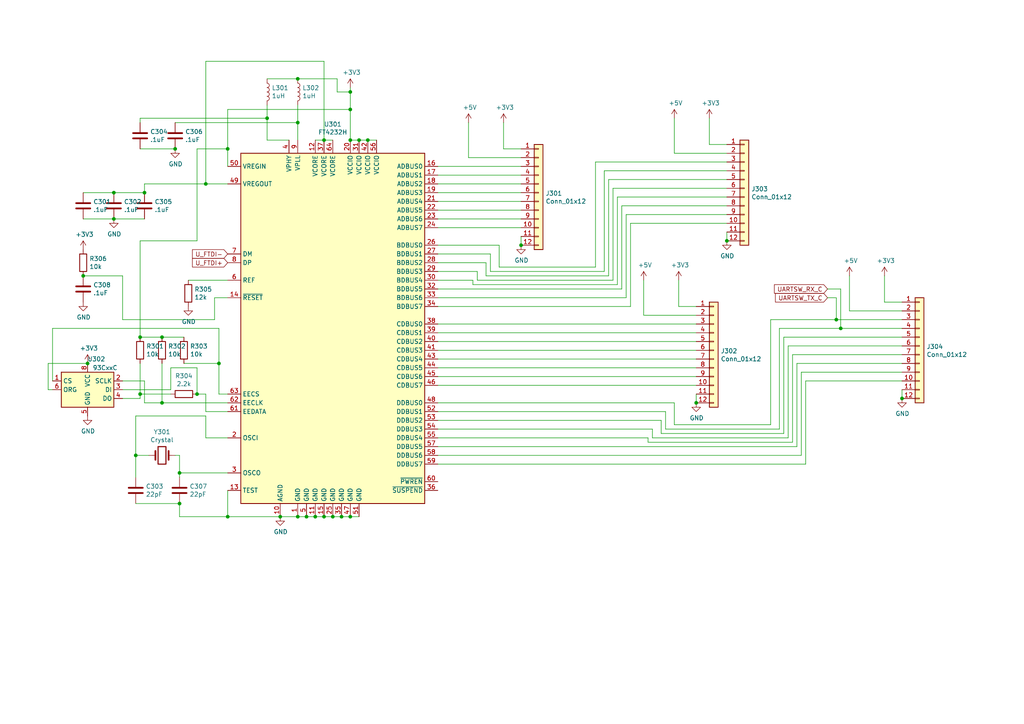
<source format=kicad_sch>
(kicad_sch (version 20211123) (generator eeschema)
  (paper "A4")
  (lib_symbols
    (symbol "Connector_Generic:Conn_01x12" (pin_names (offset 1.016) hide)
      (property "Reference" "J" (at 0 15.24 0))
      (property "Value" "Conn_01x12" (at 0 -17.78 0))
      (symbol "Conn_01x12_1_1"
        (rectangle (start -1.27 -15.113) (end 0 -15.367) (stroke (width 0.1524)))
        (rectangle (start -1.27 -12.573) (end 0 -12.827) (stroke (width 0.1524)))
        (rectangle (start -1.27 -10.033) (end 0 -10.287) (stroke (width 0.1524)))
        (rectangle (start -1.27 -7.493) (end 0 -7.747) (stroke (width 0.1524)))
        (rectangle (start -1.27 -4.953) (end 0 -5.207) (stroke (width 0.1524)))
        (rectangle (start -1.27 -2.413) (end 0 -2.667) (stroke (width 0.1524)))
        (rectangle (start -1.27 0.127) (end 0 -0.127) (stroke (width 0.1524)))
        (rectangle (start -1.27 2.667) (end 0 2.413) (stroke (width 0.1524)))
        (rectangle (start -1.27 5.207) (end 0 4.953) (stroke (width 0.1524)))
        (rectangle (start -1.27 7.747) (end 0 7.493) (stroke (width 0.1524)))
        (rectangle (start -1.27 10.287) (end 0 10.033) (stroke (width 0.1524)))
        (rectangle (start -1.27 12.827) (end 0 12.573) (stroke (width 0.1524)))
        (rectangle (start -1.27 13.97) (end 1.27 -16.51) (stroke (width 0.254)) (fill (type background)))
        (pin passive line (at -5.08 12.7 0) (length 3.81) (name "Pin_1") (number "1"))
        (pin passive line (at -5.08 -10.16 0) (length 3.81) (name "Pin_10") (number "10"))
        (pin passive line (at -5.08 -12.7 0) (length 3.81) (name "Pin_11") (number "11"))
        (pin passive line (at -5.08 -15.24 0) (length 3.81) (name "Pin_12") (number "12"))
        (pin passive line (at -5.08 10.16 0) (length 3.81) (name "Pin_2") (number "2"))
        (pin passive line (at -5.08 7.62 0) (length 3.81) (name "Pin_3") (number "3"))
        (pin passive line (at -5.08 5.08 0) (length 3.81) (name "Pin_4") (number "4"))
        (pin passive line (at -5.08 2.54 0) (length 3.81) (name "Pin_5") (number "5"))
        (pin passive line (at -5.08 0 0) (length 3.81) (name "Pin_6") (number "6"))
        (pin passive line (at -5.08 -2.54 0) (length 3.81) (name "Pin_7") (number "7"))
        (pin passive line (at -5.08 -5.08 0) (length 3.81) (name "Pin_8") (number "8"))
        (pin passive line (at -5.08 -7.62 0) (length 3.81) (name "Pin_9") (number "9"))
      )
    )
    (symbol "Device:C" (pin_numbers hide) (pin_names (offset 0.254))
      (property "Reference" "C" (at 0.635 2.54 0))
      (property "Value" "C" (at 0.635 -2.54 0))
      (symbol "C_0_1"
        (polyline (pts (xy -2.032 -0.762) (xy 2.032 -0.762)) (stroke (width 0.508)))
        (polyline (pts (xy -2.032 0.762) (xy 2.032 0.762)) (stroke (width 0.508)))
      )
      (symbol "C_1_1"
        (pin passive line (at 0 3.81 270) (length 2.794) (name "~") (number "1"))
        (pin passive line (at 0 -3.81 90) (length 2.794) (name "~") (number "2"))
      )
    )
    (symbol "Device:Crystal" (pin_numbers hide) (pin_names (offset 1.016) hide)
      (property "Reference" "Y" (at 0 3.81 0))
      (property "Value" "Crystal" (at 0 -3.81 0))
      (symbol "Crystal_0_1"
        (rectangle (start -1.143 2.54) (end 1.143 -2.54) (stroke (width 0.3048)))
        (polyline (pts (xy -2.54 0) (xy -1.905 0)))
        (polyline (pts (xy -1.905 -1.27) (xy -1.905 1.27)) (stroke (width 0.508)))
        (polyline (pts (xy 1.905 -1.27) (xy 1.905 1.27)) (stroke (width 0.508)))
        (polyline (pts (xy 2.54 0) (xy 1.905 0)))
      )
      (symbol "Crystal_1_1"
        (pin passive line (at -3.81 0 0) (length 1.27) (name "1") (number "1"))
        (pin passive line (at 3.81 0 180) (length 1.27) (name "2") (number "2"))
      )
    )
    (symbol "Device:L" (pin_numbers hide) (pin_names (offset 1.016) hide)
      (property "Reference" "L" (at -1.27 0 90))
      (property "Value" "L" (at 1.905 0 90))
      (symbol "L_0_1"
        (arc (start 0 -2.54) (mid 0.635 -1.905) (end 0 -1.27))
        (arc (start 0 -1.27) (mid 0.635 -0.635) (end 0 0))
        (arc (start 0 0) (mid 0.635 0.635) (end 0 1.27))
        (arc (start 0 1.27) (mid 0.635 1.905) (end 0 2.54))
      )
      (symbol "L_1_1"
        (pin passive line (at 0 3.81 270) (length 1.27) (name "1") (number "1"))
        (pin passive line (at 0 -3.81 90) (length 1.27) (name "2") (number "2"))
      )
    )
    (symbol "Device:R" (pin_numbers hide) (pin_names (offset 0))
      (property "Reference" "R" (at 2.032 0 90))
      (property "Value" "R" (at 0 0 90))
      (symbol "R_0_1"
        (rectangle (start -1.016 -2.54) (end 1.016 2.54) (stroke (width 0.254)))
      )
      (symbol "R_1_1"
        (pin passive line (at 0 3.81 270) (length 1.27) (name "~") (number "1"))
        (pin passive line (at 0 -3.81 90) (length 1.27) (name "~") (number "2"))
      )
    )
    (symbol "Interface_USB:FT4232H"
      (property "Reference" "U" (at -26.67 53.34 0))
      (property "Value" "FT4232H" (at 19.05 53.34 0))
      (symbol "FT4232H_0_1"
        (rectangle (start -26.67 -49.53) (end 26.67 52.07) (stroke (width 0.254)) (fill (type background)))
      )
      (symbol "FT4232H_1_1"
        (pin power_in line (at -10.16 -53.34 90) (length 3.81) (name "GND") (number "1"))
        (pin power_in line (at -15.24 -53.34 90) (length 3.81) (name "AGND") (number "10"))
        (pin power_in line (at -5.08 -53.34 90) (length 3.81) (name "GND") (number "11"))
        (pin power_in line (at -5.08 55.88 270) (length 3.81) (name "VCORE") (number "12"))
        (pin input line (at -30.48 -45.72 0) (length 3.81) (name "TEST") (number "13"))
        (pin input line (at -30.48 10.16 0) (length 3.81) (name "~{RESET}") (number "14"))
        (pin power_in line (at -2.54 -53.34 90) (length 3.81) (name "GND") (number "15"))
        (pin bidirectional line (at 30.48 48.26 180) (length 3.81) (name "ADBUS0") (number "16"))
        (pin bidirectional line (at 30.48 45.72 180) (length 3.81) (name "ADBUS1") (number "17"))
        (pin bidirectional line (at 30.48 43.18 180) (length 3.81) (name "ADBUS2") (number "18"))
        (pin bidirectional line (at 30.48 40.64 180) (length 3.81) (name "ADBUS3") (number "19"))
        (pin input line (at -30.48 -30.48 0) (length 3.81) (name "OSCI") (number "2"))
        (pin power_in line (at 5.08 55.88 270) (length 3.81) (name "VCCIO") (number "20"))
        (pin bidirectional line (at 30.48 38.1 180) (length 3.81) (name "ADBUS4") (number "21"))
        (pin bidirectional line (at 30.48 35.56 180) (length 3.81) (name "ADBUS5") (number "22"))
        (pin bidirectional line (at 30.48 33.02 180) (length 3.81) (name "ADBUS6") (number "23"))
        (pin bidirectional line (at 30.48 30.48 180) (length 3.81) (name "ADBUS7") (number "24"))
        (pin power_in line (at 0 -53.34 90) (length 3.81) (name "GND") (number "25"))
        (pin bidirectional line (at 30.48 25.4 180) (length 3.81) (name "BDBUS0") (number "26"))
        (pin bidirectional line (at 30.48 22.86 180) (length 3.81) (name "BDBUS1") (number "27"))
        (pin bidirectional line (at 30.48 20.32 180) (length 3.81) (name "BDBUS2") (number "28"))
        (pin bidirectional line (at 30.48 17.78 180) (length 3.81) (name "BDBUS3") (number "29"))
        (pin output line (at -30.48 -40.64 0) (length 3.81) (name "OSCO") (number "3"))
        (pin bidirectional line (at 30.48 15.24 180) (length 3.81) (name "BDBUS4") (number "30"))
        (pin power_in line (at 7.62 55.88 270) (length 3.81) (name "VCCIO") (number "31"))
        (pin bidirectional line (at 30.48 12.7 180) (length 3.81) (name "BDBUS5") (number "32"))
        (pin bidirectional line (at 30.48 10.16 180) (length 3.81) (name "BDBUS6") (number "33"))
        (pin bidirectional line (at 30.48 7.62 180) (length 3.81) (name "BDBUS7") (number "34"))
        (pin power_in line (at 2.54 -53.34 90) (length 3.81) (name "GND") (number "35"))
        (pin output line (at 30.48 -45.72 180) (length 3.81) (name "~{SUSPEND}") (number "36"))
        (pin power_in line (at -2.54 55.88 270) (length 3.81) (name "VCORE") (number "37"))
        (pin bidirectional line (at 30.48 2.54 180) (length 3.81) (name "CDBUS0") (number "38"))
        (pin bidirectional line (at 30.48 0 180) (length 3.81) (name "CDBUS1") (number "39"))
        (pin power_in line (at -12.7 55.88 270) (length 3.81) (name "VPHY") (number "4"))
        (pin bidirectional line (at 30.48 -2.54 180) (length 3.81) (name "CDBUS2") (number "40"))
        (pin bidirectional line (at 30.48 -5.08 180) (length 3.81) (name "CDBUS3") (number "41"))
        (pin power_in line (at 10.16 55.88 270) (length 3.81) (name "VCCIO") (number "42"))
        (pin bidirectional line (at 30.48 -7.62 180) (length 3.81) (name "CDBUS4") (number "43"))
        (pin bidirectional line (at 30.48 -10.16 180) (length 3.81) (name "CDBUS5") (number "44"))
        (pin bidirectional line (at 30.48 -12.7 180) (length 3.81) (name "CDBUS6") (number "45"))
        (pin bidirectional line (at 30.48 -15.24 180) (length 3.81) (name "CDBUS7") (number "46"))
        (pin power_in line (at 5.08 -53.34 90) (length 3.81) (name "GND") (number "47"))
        (pin bidirectional line (at 30.48 -20.32 180) (length 3.81) (name "DDBUS0") (number "48"))
        (pin power_out line (at -30.48 43.18 0) (length 3.81) (name "VREGOUT") (number "49"))
        (pin power_in line (at -7.62 -53.34 90) (length 3.81) (name "GND") (number "5"))
        (pin power_in line (at -30.48 48.26 0) (length 3.81) (name "VREGIN") (number "50"))
        (pin power_in line (at 7.62 -53.34 90) (length 3.81) (name "GND") (number "51"))
        (pin bidirectional line (at 30.48 -22.86 180) (length 3.81) (name "DDBUS1") (number "52"))
        (pin bidirectional line (at 30.48 -25.4 180) (length 3.81) (name "DDBUS2") (number "53"))
        (pin bidirectional line (at 30.48 -27.94 180) (length 3.81) (name "DDBUS3") (number "54"))
        (pin bidirectional line (at 30.48 -30.48 180) (length 3.81) (name "DDBUS4") (number "55"))
        (pin power_in line (at 12.7 55.88 270) (length 3.81) (name "VCCIO") (number "56"))
        (pin bidirectional line (at 30.48 -33.02 180) (length 3.81) (name "DDBUS5") (number "57"))
        (pin bidirectional line (at 30.48 -35.56 180) (length 3.81) (name "DDBUS6") (number "58"))
        (pin bidirectional line (at 30.48 -38.1 180) (length 3.81) (name "DDBUS7") (number "59"))
        (pin input line (at -30.48 15.24 0) (length 3.81) (name "REF") (number "6"))
        (pin output line (at 30.48 -43.18 180) (length 3.81) (name "~{PWREN}") (number "60"))
        (pin bidirectional line (at -30.48 -22.86 0) (length 3.81) (name "EEDATA") (number "61"))
        (pin output line (at -30.48 -20.32 0) (length 3.81) (name "EECLK") (number "62"))
        (pin output line (at -30.48 -17.78 0) (length 3.81) (name "EECS") (number "63"))
        (pin power_in line (at 0 55.88 270) (length 3.81) (name "VCORE") (number "64"))
        (pin bidirectional line (at -30.48 22.86 0) (length 3.81) (name "DM") (number "7"))
        (pin bidirectional line (at -30.48 20.32 0) (length 3.81) (name "DP") (number "8"))
        (pin power_in line (at -10.16 55.88 270) (length 3.81) (name "VPLL") (number "9"))
      )
    )
    (symbol "Memory_EEPROM:93CxxC"
      (property "Reference" "U" (at -7.62 6.35 0))
      (property "Value" "93CxxC" (at 2.54 -6.35 0))
      (symbol "93CxxC_1_1"
        (rectangle (start -7.62 5.08) (end 7.62 -5.08) (stroke (width 0.254)) (fill (type background)))
        (pin input line (at -10.16 2.54 0) (length 2.54) (name "CS") (number "1"))
        (pin input line (at 10.16 2.54 180) (length 2.54) (name "SCLK") (number "2"))
        (pin input line (at 10.16 0 180) (length 2.54) (name "DI") (number "3"))
        (pin tri_state line (at 10.16 -2.54 180) (length 2.54) (name "DO") (number "4"))
        (pin power_in line (at 0 -7.62 90) (length 2.54) (name "GND") (number "5"))
        (pin input line (at -10.16 0 0) (length 2.54) (name "ORG") (number "6"))
        (pin no_connect line (at -7.62 -2.54 0) (length 2.54) hide (name "NC") (number "7"))
        (pin power_in line (at 0 7.62 270) (length 2.54) (name "VCC") (number "8"))
      )
    )
    (symbol "iotether-rescue:+3.3V-power" (power) (pin_names (offset 0))
      (property "Value" "+3.3V-power" (at 0 3.556 0))
      (symbol "+3.3V-power_0_1"
        (polyline (pts (xy -0.762 1.27) (xy 0 2.54)))
        (polyline (pts (xy 0 0) (xy 0 2.54)))
        (polyline (pts (xy 0 2.54) (xy 0.762 1.27)))
      )
      (symbol "+3.3V-power_1_1"
        (pin power_in line (at 0 0 90) (length 0) hide (name "+3V3") (number "1"))
      )
    )
    (symbol "power:+5V" (power) (pin_names (offset 0))
      (property "Value" "+5V" (at 0 3.556 0))
      (symbol "+5V_0_1"
        (polyline (pts (xy -0.762 1.27) (xy 0 2.54)))
        (polyline (pts (xy 0 0) (xy 0 2.54)))
        (polyline (pts (xy 0 2.54) (xy 0.762 1.27)))
      )
      (symbol "+5V_1_1"
        (pin power_in line (at 0 0 90) (length 0) hide (name "+5V") (number "1"))
      )
    )
    (symbol "power:GND" (power) (pin_names (offset 0))
      (property "Value" "GND" (at 0 -3.81 0))
      (symbol "GND_0_1"
        (polyline (pts (xy 0 0) (xy 0 -1.27) (xy 1.27 -1.27) (xy 0 -2.54) (xy -1.27 -1.27) (xy 0 -1.27)))
      )
      (symbol "GND_1_1"
        (pin power_in line (at 0 0 270) (length 0) hide (name "GND") (number "1"))
      )
    )
  )
  (junction (at 101.6 31.75))
  (junction (at 66.04 149.86))
  (junction (at 261.62 115.57))
  (junction (at 86.36 22.86))
  (junction (at 91.44 149.86))
  (junction (at 52.07 146.05))
  (junction (at 41.91 55.88))
  (junction (at 25.4 105.41))
  (junction (at 242.57 92.71))
  (junction (at 40.64 97.79))
  (junction (at 93.98 40.64))
  (junction (at 40.64 114.3))
  (junction (at 57.15 114.3))
  (junction (at 63.5 105.41))
  (junction (at 66.04 43.18))
  (junction (at 96.52 149.86))
  (junction (at 50.8 43.18))
  (junction (at 106.68 40.64))
  (junction (at 52.07 137.16))
  (junction (at 46.99 116.84))
  (junction (at 86.36 149.86))
  (junction (at 88.9 149.86))
  (junction (at 93.98 149.86))
  (junction (at 33.02 63.5))
  (junction (at 77.47 34.29))
  (junction (at 243.84 95.25))
  (junction (at 81.28 149.86))
  (junction (at 210.82 69.85))
  (junction (at 101.6 40.64))
  (junction (at 101.6 26.67))
  (junction (at 201.93 116.84))
  (junction (at 39.37 132.08))
  (junction (at 99.06 149.86))
  (junction (at 33.02 55.88))
  (junction (at 86.36 35.56))
  (junction (at 101.6 149.86))
  (junction (at 46.99 97.79))
  (junction (at 24.13 80.01))
  (junction (at 104.14 40.64))
  (junction (at 59.69 53.34))
  (junction (at 151.13 71.12))
  (wire (pts (xy 229.87 102.87) (xy 261.62 102.87)))
  (wire (pts (xy 127 60.96) (xy 151.13 60.96)))
  (wire (pts (xy 127 116.84) (xy 195.58 116.84)))
  (wire (pts (xy 242.57 86.36) (xy 240.03 86.36)))
  (wire (pts (xy 127 76.2) (xy 140.97 76.2)))
  (wire (pts (xy 99.06 149.86) (xy 96.52 149.86)))
  (wire (pts (xy 81.28 149.86) (xy 86.36 149.86)))
  (wire (pts (xy 101.6 149.86) (xy 99.06 149.86)))
  (wire (pts (xy 40.64 115.57) (xy 35.56 115.57)))
  (wire (pts (xy 52.07 132.08) (xy 52.07 137.16)))
  (wire (pts (xy 127 109.22) (xy 201.93 109.22)))
  (wire (pts (xy 205.74 41.91) (xy 205.74 34.29)))
  (wire (pts (xy 137.16 81.28) (xy 137.16 82.55)))
  (wire (pts (xy 127 96.52) (xy 201.93 96.52)))
  (wire (pts (xy 41.91 110.49) (xy 35.56 110.49)))
  (wire (pts (xy 66.04 149.86) (xy 52.07 149.86)))
  (wire (pts (xy 181.61 62.23) (xy 210.82 62.23)))
  (wire (pts (xy 127 121.92) (xy 191.77 121.92)))
  (wire (pts (xy 144.78 71.12) (xy 144.78 77.47)))
  (wire (pts (xy 127 66.04) (xy 151.13 66.04)))
  (wire (pts (xy 93.98 149.86) (xy 91.44 149.86)))
  (wire (pts (xy 66.04 43.18) (xy 66.04 48.26)))
  (wire (pts (xy 39.37 132.08) (xy 39.37 138.43)))
  (wire (pts (xy 246.38 80.01) (xy 246.38 90.17)))
  (wire (pts (xy 176.53 80.01) (xy 176.53 52.07)))
  (wire (pts (xy 127 55.88) (xy 151.13 55.88)))
  (wire (pts (xy 180.34 59.69) (xy 210.82 59.69)))
  (wire (pts (xy 93.98 17.78) (xy 59.69 17.78)))
  (wire (pts (xy 77.47 22.86) (xy 86.36 22.86)))
  (wire (pts (xy 127 127) (xy 187.96 127)))
  (wire (pts (xy 256.54 87.63) (xy 256.54 80.01)))
  (wire (pts (xy 97.79 26.67) (xy 101.6 26.67)))
  (wire (pts (xy 226.06 95.25) (xy 243.84 95.25)))
  (wire (pts (xy 223.52 123.19) (xy 223.52 92.71)))
  (wire (pts (xy 177.8 54.61) (xy 177.8 81.28)))
  (wire (pts (xy 186.69 91.44) (xy 201.93 91.44)))
  (wire (pts (xy 86.36 22.86) (xy 97.79 22.86)))
  (wire (pts (xy 223.52 92.71) (xy 242.57 92.71)))
  (wire (pts (xy 261.62 87.63) (xy 256.54 87.63)))
  (wire (pts (xy 93.98 40.64) (xy 93.98 17.78)))
  (wire (pts (xy 127 71.12) (xy 144.78 71.12)))
  (wire (pts (xy 66.04 53.34) (xy 59.69 53.34)))
  (wire (pts (xy 151.13 68.58) (xy 151.13 71.12)))
  (wire (pts (xy 135.89 45.72) (xy 151.13 45.72)))
  (wire (pts (xy 53.34 105.41) (xy 63.5 105.41)))
  (wire (pts (xy 63.5 95.25) (xy 63.5 105.41)))
  (wire (pts (xy 63.5 105.41) (xy 63.5 114.3)))
  (wire (pts (xy 81.28 149.86) (xy 66.04 149.86)))
  (wire (pts (xy 172.72 46.99) (xy 210.82 46.99)))
  (wire (pts (xy 101.6 26.67) (xy 101.6 31.75)))
  (wire (pts (xy 59.69 119.38) (xy 59.69 114.3)))
  (wire (pts (xy 127 106.68) (xy 201.93 106.68)))
  (wire (pts (xy 195.58 34.29) (xy 195.58 44.45)))
  (wire (pts (xy 151.13 58.42) (xy 127 58.42)))
  (wire (pts (xy 127 81.28) (xy 137.16 81.28)))
  (wire (pts (xy 227.33 125.73) (xy 227.33 97.79)))
  (wire (pts (xy 41.91 55.88) (xy 41.91 53.34)))
  (wire (pts (xy 104.14 40.64) (xy 106.68 40.64)))
  (wire (pts (xy 77.47 34.29) (xy 77.47 30.48)))
  (wire (pts (xy 137.16 82.55) (xy 179.07 82.55)))
  (wire (pts (xy 127 104.14) (xy 201.93 104.14)))
  (wire (pts (xy 210.82 41.91) (xy 205.74 41.91)))
  (wire (pts (xy 49.53 114.3) (xy 40.64 114.3)))
  (wire (pts (xy 172.72 77.47) (xy 172.72 46.99)))
  (wire (pts (xy 226.06 95.25) (xy 226.06 124.46)))
  (wire (pts (xy 142.24 73.66) (xy 127 73.66)))
  (wire (pts (xy 77.47 40.64) (xy 77.47 34.29)))
  (wire (pts (xy 53.34 97.79) (xy 46.99 97.79)))
  (wire (pts (xy 66.04 31.75) (xy 66.04 43.18)))
  (wire (pts (xy 231.14 105.41) (xy 261.62 105.41)))
  (wire (pts (xy 138.43 81.28) (xy 138.43 78.74)))
  (wire (pts (xy 50.8 132.08) (xy 52.07 132.08)))
  (wire (pts (xy 62.23 86.36) (xy 62.23 92.71)))
  (wire (pts (xy 233.68 110.49) (xy 261.62 110.49)))
  (wire (pts (xy 101.6 40.64) (xy 104.14 40.64)))
  (wire (pts (xy 127 93.98) (xy 201.93 93.98)))
  (wire (pts (xy 232.41 107.95) (xy 261.62 107.95)))
  (wire (pts (xy 101.6 31.75) (xy 66.04 31.75)))
  (wire (pts (xy 175.26 49.53) (xy 210.82 49.53)))
  (wire (pts (xy 182.88 64.77) (xy 210.82 64.77)))
  (wire (pts (xy 24.13 55.88) (xy 33.02 55.88)))
  (wire (pts (xy 59.69 127) (xy 66.04 127)))
  (wire (pts (xy 191.77 121.92) (xy 191.77 125.73)))
  (wire (pts (xy 66.04 137.16) (xy 52.07 137.16)))
  (wire (pts (xy 186.69 81.28) (xy 186.69 91.44)))
  (wire (pts (xy 144.78 77.47) (xy 172.72 77.47)))
  (wire (pts (xy 226.06 124.46) (xy 193.04 124.46)))
  (wire (pts (xy 140.97 76.2) (xy 140.97 80.01)))
  (wire (pts (xy 228.6 100.33) (xy 228.6 127)))
  (wire (pts (xy 127 50.8) (xy 151.13 50.8)))
  (wire (pts (xy 127 99.06) (xy 201.93 99.06)))
  (wire (pts (xy 101.6 31.75) (xy 101.6 40.64)))
  (wire (pts (xy 63.5 114.3) (xy 66.04 114.3)))
  (wire (pts (xy 40.64 105.41) (xy 40.64 114.3)))
  (wire (pts (xy 196.85 88.9) (xy 196.85 81.28)))
  (wire (pts (xy 233.68 110.49) (xy 233.68 134.62)))
  (wire (pts (xy 57.15 69.85) (xy 57.15 43.18)))
  (wire (pts (xy 77.47 34.29) (xy 40.64 34.29)))
  (wire (pts (xy 182.88 64.77) (xy 182.88 88.9)))
  (wire (pts (xy 66.04 116.84) (xy 46.99 116.84)))
  (wire (pts (xy 231.14 105.41) (xy 231.14 129.54)))
  (wire (pts (xy 59.69 120.65) (xy 59.69 127)))
  (wire (pts (xy 46.99 105.41) (xy 46.99 116.84)))
  (wire (pts (xy 35.56 80.01) (xy 24.13 80.01)))
  (wire (pts (xy 127 129.54) (xy 231.14 129.54)))
  (wire (pts (xy 243.84 95.25) (xy 261.62 95.25)))
  (wire (pts (xy 243.84 83.82) (xy 243.84 95.25)))
  (wire (pts (xy 187.96 128.27) (xy 229.87 128.27)))
  (wire (pts (xy 15.24 95.25) (xy 15.24 110.49)))
  (wire (pts (xy 54.61 81.28) (xy 66.04 81.28)))
  (wire (pts (xy 41.91 116.84) (xy 41.91 110.49)))
  (wire (pts (xy 57.15 106.68) (xy 57.15 114.3)))
  (wire (pts (xy 176.53 52.07) (xy 210.82 52.07)))
  (wire (pts (xy 97.79 22.86) (xy 97.79 26.67)))
  (wire (pts (xy 40.64 97.79) (xy 40.64 69.85)))
  (wire (pts (xy 182.88 88.9) (xy 127 88.9)))
  (wire (pts (xy 229.87 128.27) (xy 229.87 102.87)))
  (wire (pts (xy 83.82 40.64) (xy 77.47 40.64)))
  (wire (pts (xy 201.93 88.9) (xy 196.85 88.9)))
  (wire (pts (xy 195.58 123.19) (xy 223.52 123.19)))
  (wire (pts (xy 57.15 43.18) (xy 66.04 43.18)))
  (wire (pts (xy 189.23 127) (xy 189.23 124.46)))
  (wire (pts (xy 142.24 78.74) (xy 142.24 73.66)))
  (wire (pts (xy 180.34 83.82) (xy 127 83.82)))
  (wire (pts (xy 52.07 137.16) (xy 52.07 138.43)))
  (wire (pts (xy 40.64 34.29) (xy 40.64 35.56)))
  (wire (pts (xy 33.02 63.5) (xy 24.13 63.5)))
  (wire (pts (xy 151.13 43.18) (xy 146.05 43.18)))
  (wire (pts (xy 242.57 92.71) (xy 242.57 86.36)))
  (wire (pts (xy 88.9 149.86) (xy 91.44 149.86)))
  (wire (pts (xy 13.97 105.41) (xy 25.4 105.41)))
  (wire (pts (xy 93.98 40.64) (xy 96.52 40.64)))
  (wire (pts (xy 13.97 113.03) (xy 13.97 105.41)))
  (wire (pts (xy 39.37 120.65) (xy 59.69 120.65)))
  (wire (pts (xy 240.03 83.82) (xy 243.84 83.82)))
  (wire (pts (xy 41.91 53.34) (xy 59.69 53.34)))
  (wire (pts (xy 195.58 44.45) (xy 210.82 44.45)))
  (wire (pts (xy 175.26 49.53) (xy 175.26 78.74)))
  (wire (pts (xy 35.56 92.71) (xy 35.56 80.01)))
  (wire (pts (xy 180.34 59.69) (xy 180.34 83.82)))
  (wire (pts (xy 104.14 149.86) (xy 101.6 149.86)))
  (wire (pts (xy 52.07 149.86) (xy 52.07 146.05)))
  (wire (pts (xy 228.6 127) (xy 189.23 127)))
  (wire (pts (xy 46.99 116.84) (xy 41.91 116.84)))
  (wire (pts (xy 35.56 113.03) (xy 49.53 113.03)))
  (wire (pts (xy 187.96 127) (xy 187.96 128.27)))
  (wire (pts (xy 179.07 82.55) (xy 179.07 57.15)))
  (wire (pts (xy 261.62 113.03) (xy 261.62 115.57)))
  (wire (pts (xy 40.64 114.3) (xy 40.64 115.57)))
  (wire (pts (xy 151.13 48.26) (xy 127 48.26)))
  (wire (pts (xy 46.99 97.79) (xy 40.64 97.79)))
  (wire (pts (xy 39.37 132.08) (xy 39.37 120.65)))
  (wire (pts (xy 106.68 40.64) (xy 109.22 40.64)))
  (wire (pts (xy 228.6 100.33) (xy 261.62 100.33)))
  (wire (pts (xy 201.93 114.3) (xy 201.93 116.84)))
  (wire (pts (xy 127 124.46) (xy 189.23 124.46)))
  (wire (pts (xy 40.64 43.18) (xy 50.8 43.18)))
  (wire (pts (xy 140.97 80.01) (xy 176.53 80.01)))
  (wire (pts (xy 86.36 35.56) (xy 86.36 40.64)))
  (wire (pts (xy 232.41 132.08) (xy 232.41 107.95)))
  (wire (pts (xy 59.69 17.78) (xy 59.69 53.34)))
  (wire (pts (xy 191.77 125.73) (xy 227.33 125.73)))
  (wire (pts (xy 146.05 43.18) (xy 146.05 35.56)))
  (wire (pts (xy 86.36 149.86) (xy 88.9 149.86)))
  (wire (pts (xy 66.04 86.36) (xy 62.23 86.36)))
  (wire (pts (xy 62.23 92.71) (xy 35.56 92.71)))
  (wire (pts (xy 15.24 95.25) (xy 63.5 95.25)))
  (wire (pts (xy 52.07 146.05) (xy 39.37 146.05)))
  (wire (pts (xy 15.24 113.03) (xy 13.97 113.03)))
  (wire (pts (xy 127 132.08) (xy 232.41 132.08)))
  (wire (pts (xy 127 101.6) (xy 201.93 101.6)))
  (wire (pts (xy 246.38 90.17) (xy 261.62 90.17)))
  (wire (pts (xy 135.89 35.56) (xy 135.89 45.72)))
  (wire (pts (xy 127 111.76) (xy 201.93 111.76)))
  (wire (pts (xy 227.33 97.79) (xy 261.62 97.79)))
  (wire (pts (xy 242.57 92.71) (xy 261.62 92.71)))
  (wire (pts (xy 177.8 54.61) (xy 210.82 54.61)))
  (wire (pts (xy 181.61 86.36) (xy 181.61 62.23)))
  (wire (pts (xy 41.91 63.5) (xy 33.02 63.5)))
  (wire (pts (xy 49.53 113.03) (xy 49.53 106.68)))
  (wire (pts (xy 91.44 40.64) (xy 93.98 40.64)))
  (wire (pts (xy 96.52 149.86) (xy 93.98 149.86)))
  (wire (pts (xy 138.43 78.74) (xy 127 78.74)))
  (wire (pts (xy 49.53 106.68) (xy 57.15 106.68)))
  (wire (pts (xy 127 86.36) (xy 181.61 86.36)))
  (wire (pts (xy 33.02 55.88) (xy 41.91 55.88)))
  (wire (pts (xy 101.6 25.4) (xy 101.6 26.67)))
  (wire (pts (xy 66.04 119.38) (xy 59.69 119.38)))
  (wire (pts (xy 43.18 132.08) (xy 39.37 132.08)))
  (wire (pts (xy 59.69 114.3) (xy 57.15 114.3)))
  (wire (pts (xy 127 119.38) (xy 193.04 119.38)))
  (wire (pts (xy 210.82 67.31) (xy 210.82 69.85)))
  (wire (pts (xy 40.64 69.85) (xy 57.15 69.85)))
  (wire (pts (xy 50.8 35.56) (xy 86.36 35.56)))
  (wire (pts (xy 195.58 116.84) (xy 195.58 123.19)))
  (wire (pts (xy 193.04 124.46) (xy 193.04 119.38)))
  (wire (pts (xy 66.04 142.24) (xy 66.04 149.86)))
  (wire (pts (xy 151.13 63.5) (xy 127 63.5)))
  (wire (pts (xy 175.26 78.74) (xy 142.24 78.74)))
  (wire (pts (xy 179.07 57.15) (xy 210.82 57.15)))
  (wire (pts (xy 177.8 81.28) (xy 138.43 81.28)))
  (wire (pts (xy 127 134.62) (xy 233.68 134.62)))
  (wire (pts (xy 86.36 30.48) (xy 86.36 35.56)))
  (wire (pts (xy 151.13 53.34) (xy 127 53.34)))
  (global_label "UARTSW_TX_C" (shape input) (at 240.03 86.36 180) (property "Intersheet References" "${INTERSHEET_REFS}" (effects hide)))
  (global_label "U_FTDI-" (shape input) (at 66.04 73.66 180) (property "Intersheet References" "${INTERSHEET_REFS}" (effects hide)))
  (global_label "U_FTDI+" (shape input) (at 66.04 76.2 180) (property "Intersheet References" "${INTERSHEET_REFS}" (effects hide)))
  (global_label "UARTSW_RX_C" (shape input) (at 240.03 83.82 180) (property "Intersheet References" "${INTERSHEET_REFS}" (effects hide)))
  (symbol (lib_id "Interface_USB:FT4232H") (at 96.52 96.52 0) (unit 1)
    (property "Reference" "U301" (at 96.52 36.0426 0))
    (property "Value" "FT4232H" (at 96.52 38.354 0))
    (property "Footprint" "Package_QFP:LQFP-64_10x10mm_P0.5mm" (effects hide))
    (property "Datasheet" "https://www.ftdichip.com/Support/Documents/DataSheets/ICs/DS_FT4232H.pdf" (effects hide))
  )
  (symbol (lib_id "power:GND") (at 81.28 149.86 0) (unit 1)
    (property "Reference" "#PWR0120" (effects hide))
    (property "Value" "GND" (at 81.407 154.2542 0))
  )
  (symbol (lib_id "Device:R") (at 54.61 85.09 0) (unit 1)
    (property "Reference" "R305" (at 56.388 83.9216 0) (effects (justify left)))
    (property "Value" "12k" (at 56.388 86.233 0) (effects (justify left)))
    (property "Footprint" "Resistor_SMD:R_0603_1608Metric_Pad1.05x0.95mm_HandSolder" (effects hide))
  )
  (symbol (lib_id "power:GND") (at 54.61 88.9 0) (unit 1)
    (property "Reference" "#PWR0301" (effects hide))
    (property "Value" "GND" (at 54.737 93.2942 0))
  )
  (symbol (lib_id "Device:R") (at 40.64 101.6 0) (unit 1)
    (property "Reference" "R301" (at 42.418 100.4316 0) (effects (justify left)))
    (property "Value" "10k" (at 42.418 102.743 0) (effects (justify left)))
    (property "Footprint" "Resistor_SMD:R_0603_1608Metric_Pad1.05x0.95mm_HandSolder" (effects hide))
  )
  (symbol (lib_id "Device:R") (at 46.99 101.6 0) (unit 1)
    (property "Reference" "R302" (at 48.768 100.4316 0) (effects (justify left)))
    (property "Value" "10k" (at 48.768 102.743 0) (effects (justify left)))
    (property "Footprint" "Resistor_SMD:R_0603_1608Metric_Pad1.05x0.95mm_HandSolder" (effects hide))
  )
  (symbol (lib_id "Device:R") (at 53.34 101.6 0) (unit 1)
    (property "Reference" "R303" (at 55.118 100.4316 0) (effects (justify left)))
    (property "Value" "10k" (at 55.118 102.743 0) (effects (justify left)))
    (property "Footprint" "Resistor_SMD:R_0603_1608Metric_Pad1.05x0.95mm_HandSolder" (effects hide))
  )
  (symbol (lib_id "Device:R") (at 53.34 114.3 270) (unit 1)
    (property "Reference" "R304" (at 53.34 109.0422 90))
    (property "Value" "2.2k" (at 53.34 111.3536 90))
    (property "Footprint" "Resistor_SMD:R_0603_1608Metric_Pad1.05x0.95mm_HandSolder" (effects hide))
  )
  (symbol (lib_id "power:GND") (at 25.4 120.65 0) (unit 1)
    (property "Reference" "#PWR0160" (effects hide))
    (property "Value" "GND" (at 25.527 125.0442 0))
  )
  (symbol (lib_id "iotether-rescue:+3.3V-power") (at 25.4 105.41 0) (unit 1)
    (property "Reference" "#PWR0161" (effects hide))
    (property "Value" "+3.3V" (at 25.781 101.0158 0))
  )
  (symbol (lib_id "iotether-rescue:+3.3V-power") (at 101.6 25.4 0) (unit 1)
    (property "Reference" "#PWR0145" (effects hide))
    (property "Value" "+3.3V" (at 101.981 21.0058 0))
  )
  (symbol (lib_id "Device:L") (at 77.47 26.67 0) (unit 1)
    (property "Reference" "L301" (at 78.8162 25.5016 0) (effects (justify left)))
    (property "Value" "1uH" (at 78.8162 27.813 0) (effects (justify left)))
    (property "Footprint" "Inductor_SMD:L_1206_3216Metric_Pad1.42x1.75mm_HandSolder" (effects hide))
  )
  (symbol (lib_id "Device:L") (at 86.36 26.67 0) (unit 1)
    (property "Reference" "L302" (at 87.7062 25.5016 0) (effects (justify left)))
    (property "Value" "1uH" (at 87.7062 27.813 0) (effects (justify left)))
    (property "Footprint" "Inductor_SMD:L_1206_3216Metric_Pad1.42x1.75mm_HandSolder" (effects hide))
  )
  (symbol (lib_id "Device:C") (at 40.64 39.37 0) (unit 1)
    (property "Reference" "C304" (at 43.561 38.2016 0) (effects (justify left)))
    (property "Value" ".1uF" (at 43.561 40.513 0) (effects (justify left)))
    (property "Footprint" "Capacitor_SMD:C_0603_1608Metric_Pad1.05x0.95mm_HandSolder" (effects hide))
  )
  (symbol (lib_id "Device:C") (at 24.13 83.82 0) (unit 1)
    (property "Reference" "C308" (at 27.051 82.6516 0) (effects (justify left)))
    (property "Value" ".1uF" (at 27.051 84.963 0) (effects (justify left)))
    (property "Footprint" "Capacitor_SMD:C_0603_1608Metric_Pad1.05x0.95mm_HandSolder" (effects hide))
  )
  (symbol (lib_id "Device:C") (at 50.8 39.37 0) (unit 1)
    (property "Reference" "C306" (at 53.721 38.2016 0) (effects (justify left)))
    (property "Value" ".1uF" (at 53.721 40.513 0) (effects (justify left)))
    (property "Footprint" "Capacitor_SMD:C_0603_1608Metric_Pad1.05x0.95mm_HandSolder" (effects hide))
  )
  (symbol (lib_id "Device:R") (at 24.13 76.2 0) (unit 1)
    (property "Reference" "R306" (at 25.908 75.0316 0) (effects (justify left)))
    (property "Value" "10k" (at 25.908 77.343 0) (effects (justify left)))
    (property "Footprint" "Resistor_SMD:R_0603_1608Metric_Pad1.05x0.95mm_HandSolder" (effects hide))
  )
  (symbol (lib_id "iotether-rescue:+3.3V-power") (at 24.13 72.39 0) (unit 1)
    (property "Reference" "#PWR0163" (effects hide))
    (property "Value" "+3.3V" (at 24.511 67.9958 0))
  )
  (symbol (lib_id "power:GND") (at 24.13 87.63 0) (unit 1)
    (property "Reference" "#PWR0164" (effects hide))
    (property "Value" "GND" (at 24.257 92.0242 0))
  )
  (symbol (lib_id "power:GND") (at 50.8 43.18 0) (unit 1)
    (property "Reference" "#PWR0146" (effects hide))
    (property "Value" "GND" (at 50.927 47.5742 0))
  )
  (symbol (lib_id "Device:Crystal") (at 46.99 132.08 180) (unit 1)
    (property "Reference" "Y301" (at 46.99 125.2728 0))
    (property "Value" "Crystal" (at 46.99 127.5842 0))
    (property "Footprint" "Crystal:Crystal_HC49-U_Vertical" (effects hide))
  )
  (symbol (lib_id "Device:C") (at 39.37 142.24 0) (unit 1)
    (property "Reference" "C303" (at 42.291 141.0716 0) (effects (justify left)))
    (property "Value" "22pF" (at 42.291 143.383 0) (effects (justify left)))
    (property "Footprint" "Capacitor_SMD:C_0805_2012Metric_Pad1.15x1.40mm_HandSolder" (effects hide))
  )
  (symbol (lib_id "Device:C") (at 52.07 142.24 0) (unit 1)
    (property "Reference" "C307" (at 54.991 141.0716 0) (effects (justify left)))
    (property "Value" "22pF" (at 54.991 143.383 0) (effects (justify left)))
    (property "Footprint" "Capacitor_SMD:C_0805_2012Metric_Pad1.15x1.40mm_HandSolder" (effects hide))
  )
  (symbol (lib_id "Device:C") (at 24.13 59.69 0) (unit 1)
    (property "Reference" "C301" (at 27.051 58.5216 0) (effects (justify left)))
    (property "Value" ".1uF" (at 27.051 60.833 0) (effects (justify left)))
    (property "Footprint" "Capacitor_SMD:C_0603_1608Metric_Pad1.05x0.95mm_HandSolder" (effects hide))
  )
  (symbol (lib_id "Device:C") (at 33.02 59.69 0) (unit 1)
    (property "Reference" "C302" (at 35.941 58.5216 0) (effects (justify left)))
    (property "Value" ".1uF" (at 35.941 60.833 0) (effects (justify left)))
    (property "Footprint" "Capacitor_SMD:C_0603_1608Metric_Pad1.05x0.95mm_HandSolder" (effects hide))
  )
  (symbol (lib_id "Device:C") (at 41.91 59.69 0) (unit 1)
    (property "Reference" "C305" (at 44.831 58.5216 0) (effects (justify left)))
    (property "Value" ".1uF" (at 44.831 60.833 0) (effects (justify left)))
    (property "Footprint" "Capacitor_SMD:C_0603_1608Metric_Pad1.05x0.95mm_HandSolder" (effects hide))
  )
  (symbol (lib_id "power:GND") (at 33.02 63.5 0) (unit 1)
    (property "Reference" "#PWR0147" (effects hide))
    (property "Value" "GND" (at 33.147 67.8942 0))
  )
  (symbol (lib_id "Connector_Generic:Conn_01x12") (at 156.21 55.88 0) (unit 1)
    (property "Reference" "J301" (at 158.242 56.0832 0) (effects (justify left)))
    (property "Value" "Conn_01x12" (at 158.242 58.3946 0) (effects (justify left)))
    (property "Footprint" "Connector_PinHeader_2.54mm:PinHeader_2x06_P2.54mm_Vertical" (effects hide))
  )
  (symbol (lib_id "power:GND") (at 151.13 71.12 0) (unit 1)
    (property "Reference" "#PWR0148" (effects hide))
    (property "Value" "GND" (at 151.257 75.5142 0))
  )
  (symbol (lib_id "power:+5V") (at 135.89 35.56 0) (unit 1)
    (property "Reference" "#PWR0149" (effects hide))
    (property "Value" "+5V" (at 136.271 31.1658 0))
  )
  (symbol (lib_id "iotether-rescue:+3.3V-power") (at 146.05 35.56 0) (unit 1)
    (property "Reference" "#PWR0150" (effects hide))
    (property "Value" "+3.3V" (at 146.431 31.1658 0))
  )
  (symbol (lib_id "Connector_Generic:Conn_01x12") (at 215.9 54.61 0) (unit 1)
    (property "Reference" "J303" (at 217.932 54.8132 0) (effects (justify left)))
    (property "Value" "Conn_01x12" (at 217.932 57.1246 0) (effects (justify left)))
    (property "Footprint" "Connector_PinHeader_2.54mm:PinHeader_2x06_P2.54mm_Vertical" (effects hide))
  )
  (symbol (lib_id "power:GND") (at 210.82 69.85 0) (unit 1)
    (property "Reference" "#PWR0151" (effects hide))
    (property "Value" "GND" (at 210.947 74.2442 0))
  )
  (symbol (lib_id "power:+5V") (at 195.58 34.29 0) (unit 1)
    (property "Reference" "#PWR0152" (effects hide))
    (property "Value" "+5V" (at 195.961 29.8958 0))
  )
  (symbol (lib_id "iotether-rescue:+3.3V-power") (at 205.74 34.29 0) (unit 1)
    (property "Reference" "#PWR0153" (effects hide))
    (property "Value" "+3.3V" (at 206.121 29.8958 0))
  )
  (symbol (lib_id "Connector_Generic:Conn_01x12") (at 207.01 101.6 0) (unit 1)
    (property "Reference" "J302" (at 209.042 101.8032 0) (effects (justify left)))
    (property "Value" "Conn_01x12" (at 209.042 104.1146 0) (effects (justify left)))
    (property "Footprint" "Connector_PinHeader_2.54mm:PinHeader_2x06_P2.54mm_Vertical" (effects hide))
  )
  (symbol (lib_id "power:GND") (at 201.93 116.84 0) (unit 1)
    (property "Reference" "#PWR0154" (effects hide))
    (property "Value" "GND" (at 202.057 121.2342 0))
  )
  (symbol (lib_id "power:+5V") (at 186.69 81.28 0) (unit 1)
    (property "Reference" "#PWR0155" (effects hide))
    (property "Value" "+5V" (at 187.071 76.8858 0))
  )
  (symbol (lib_id "iotether-rescue:+3.3V-power") (at 196.85 81.28 0) (unit 1)
    (property "Reference" "#PWR0156" (effects hide))
    (property "Value" "+3.3V" (at 197.231 76.8858 0))
  )
  (symbol (lib_id "Connector_Generic:Conn_01x12") (at 266.7 100.33 0) (unit 1)
    (property "Reference" "J304" (at 268.732 100.5332 0) (effects (justify left)))
    (property "Value" "Conn_01x12" (at 268.732 102.8446 0) (effects (justify left)))
    (property "Footprint" "Connector_PinHeader_2.54mm:PinHeader_2x06_P2.54mm_Vertical" (effects hide))
  )
  (symbol (lib_id "power:GND") (at 261.62 115.57 0) (unit 1)
    (property "Reference" "#PWR0157" (effects hide))
    (property "Value" "GND" (at 261.747 119.9642 0))
  )
  (symbol (lib_id "power:+5V") (at 246.38 80.01 0) (unit 1)
    (property "Reference" "#PWR0158" (effects hide))
    (property "Value" "+5V" (at 246.761 75.6158 0))
  )
  (symbol (lib_id "iotether-rescue:+3.3V-power") (at 256.54 80.01 0) (unit 1)
    (property "Reference" "#PWR0159" (effects hide))
    (property "Value" "+3.3V" (at 256.921 75.6158 0))
  )
  (symbol (lib_id "Memory_EEPROM:93CxxC") (at 25.4 113.03 0) (unit 1)
    (property "Reference" "U302" (at 27.94 104.14 0))
    (property "Value" "93CxxC" (at 30.48 106.68 0))
    (property "Footprint" "Package_DIP:DIP-8_W7.62mm_Socket" (effects hide))
    (property "Datasheet" "http://ww1.microchip.com/downloads/en/DeviceDoc/20001749K.pdf" (effects hide))
  )
)
</source>
